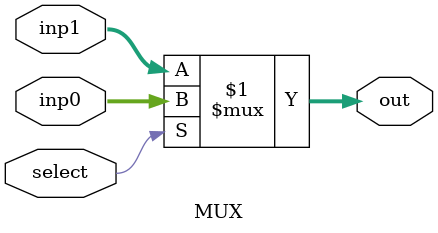
<source format=v>

`timescale 1ns / 1ps
module MUX(
input [31:0] inp0,
input [31:0] inp1,
input select,
output [31:0] out
    );
assign out=select?inp0:inp1;
endmodule

</source>
